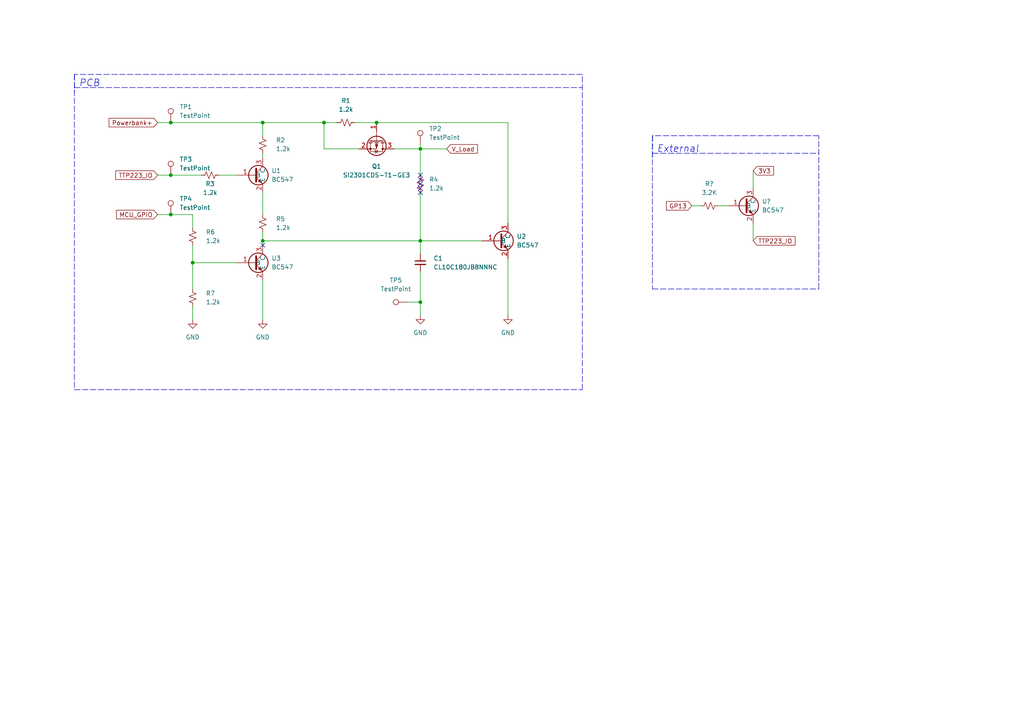
<source format=kicad_sch>
(kicad_sch (version 20211123) (generator eeschema)

  (uuid e63e39d7-6ac0-4ffd-8aa3-1841a4541b55)

  (paper "A4")

  (lib_symbols
    (symbol "Connector:TestPoint" (pin_numbers hide) (pin_names (offset 0.762) hide) (in_bom yes) (on_board yes)
      (property "Reference" "TP" (id 0) (at 0 6.858 0)
        (effects (font (size 1.27 1.27)))
      )
      (property "Value" "TestPoint" (id 1) (at 0 5.08 0)
        (effects (font (size 1.27 1.27)))
      )
      (property "Footprint" "" (id 2) (at 5.08 0 0)
        (effects (font (size 1.27 1.27)) hide)
      )
      (property "Datasheet" "~" (id 3) (at 5.08 0 0)
        (effects (font (size 1.27 1.27)) hide)
      )
      (property "ki_keywords" "test point tp" (id 4) (at 0 0 0)
        (effects (font (size 1.27 1.27)) hide)
      )
      (property "ki_description" "test point" (id 5) (at 0 0 0)
        (effects (font (size 1.27 1.27)) hide)
      )
      (property "ki_fp_filters" "Pin* Test*" (id 6) (at 0 0 0)
        (effects (font (size 1.27 1.27)) hide)
      )
      (symbol "TestPoint_0_1"
        (circle (center 0 3.302) (radius 0.762)
          (stroke (width 0) (type default) (color 0 0 0 0))
          (fill (type none))
        )
      )
      (symbol "TestPoint_1_1"
        (pin passive line (at 0 0 90) (length 2.54)
          (name "1" (effects (font (size 1.27 1.27))))
          (number "1" (effects (font (size 1.27 1.27))))
        )
      )
    )
    (symbol "Device:C_Small" (pin_numbers hide) (pin_names (offset 0.254) hide) (in_bom yes) (on_board yes)
      (property "Reference" "C" (id 0) (at 0.254 1.778 0)
        (effects (font (size 1.27 1.27)) (justify left))
      )
      (property "Value" "C_Small" (id 1) (at 0.254 -2.032 0)
        (effects (font (size 1.27 1.27)) (justify left))
      )
      (property "Footprint" "" (id 2) (at 0 0 0)
        (effects (font (size 1.27 1.27)) hide)
      )
      (property "Datasheet" "~" (id 3) (at 0 0 0)
        (effects (font (size 1.27 1.27)) hide)
      )
      (property "ki_keywords" "capacitor cap" (id 4) (at 0 0 0)
        (effects (font (size 1.27 1.27)) hide)
      )
      (property "ki_description" "Unpolarized capacitor, small symbol" (id 5) (at 0 0 0)
        (effects (font (size 1.27 1.27)) hide)
      )
      (property "ki_fp_filters" "C_*" (id 6) (at 0 0 0)
        (effects (font (size 1.27 1.27)) hide)
      )
      (symbol "C_Small_0_1"
        (polyline
          (pts
            (xy -1.524 -0.508)
            (xy 1.524 -0.508)
          )
          (stroke (width 0.3302) (type default) (color 0 0 0 0))
          (fill (type none))
        )
        (polyline
          (pts
            (xy -1.524 0.508)
            (xy 1.524 0.508)
          )
          (stroke (width 0.3048) (type default) (color 0 0 0 0))
          (fill (type none))
        )
      )
      (symbol "C_Small_1_1"
        (pin passive line (at 0 2.54 270) (length 2.032)
          (name "~" (effects (font (size 1.27 1.27))))
          (number "1" (effects (font (size 1.27 1.27))))
        )
        (pin passive line (at 0 -2.54 90) (length 2.032)
          (name "~" (effects (font (size 1.27 1.27))))
          (number "2" (effects (font (size 1.27 1.27))))
        )
      )
    )
    (symbol "Device:R_Small_US" (pin_numbers hide) (pin_names (offset 0.254) hide) (in_bom yes) (on_board yes)
      (property "Reference" "R" (id 0) (at 0.762 0.508 0)
        (effects (font (size 1.27 1.27)) (justify left))
      )
      (property "Value" "R_Small_US" (id 1) (at 0.762 -1.016 0)
        (effects (font (size 1.27 1.27)) (justify left))
      )
      (property "Footprint" "" (id 2) (at 0 0 0)
        (effects (font (size 1.27 1.27)) hide)
      )
      (property "Datasheet" "~" (id 3) (at 0 0 0)
        (effects (font (size 1.27 1.27)) hide)
      )
      (property "ki_keywords" "r resistor" (id 4) (at 0 0 0)
        (effects (font (size 1.27 1.27)) hide)
      )
      (property "ki_description" "Resistor, small US symbol" (id 5) (at 0 0 0)
        (effects (font (size 1.27 1.27)) hide)
      )
      (property "ki_fp_filters" "R_*" (id 6) (at 0 0 0)
        (effects (font (size 1.27 1.27)) hide)
      )
      (symbol "R_Small_US_1_1"
        (polyline
          (pts
            (xy 0 0)
            (xy 1.016 -0.381)
            (xy 0 -0.762)
            (xy -1.016 -1.143)
            (xy 0 -1.524)
          )
          (stroke (width 0) (type default) (color 0 0 0 0))
          (fill (type none))
        )
        (polyline
          (pts
            (xy 0 1.524)
            (xy 1.016 1.143)
            (xy 0 0.762)
            (xy -1.016 0.381)
            (xy 0 0)
          )
          (stroke (width 0) (type default) (color 0 0 0 0))
          (fill (type none))
        )
        (pin passive line (at 0 2.54 270) (length 1.016)
          (name "~" (effects (font (size 1.27 1.27))))
          (number "1" (effects (font (size 1.27 1.27))))
        )
        (pin passive line (at 0 -2.54 90) (length 1.016)
          (name "~" (effects (font (size 1.27 1.27))))
          (number "2" (effects (font (size 1.27 1.27))))
        )
      )
    )
    (symbol "FE-PCB:BC547" (in_bom yes) (on_board yes)
      (property "Reference" "U" (id 0) (at 0 22.86 0)
        (effects (font (size 1.27 1.27)))
      )
      (property "Value" "BC547" (id 1) (at 0 22.86 0)
        (effects (font (size 1.27 1.27)))
      )
      (property "Footprint" "" (id 2) (at 0 22.86 0)
        (effects (font (size 1.27 1.27)) hide)
      )
      (property "Datasheet" "" (id 3) (at 0 22.86 0)
        (effects (font (size 1.27 1.27)) hide)
      )
      (symbol "BC547_0_1"
        (circle (center -1.27 0) (radius 2.8194)
          (stroke (width 0.254) (type default) (color 0 0 0 0))
          (fill (type none))
        )
        (polyline
          (pts
            (xy -2.54 0)
            (xy -1.905 0)
          )
          (stroke (width 0) (type default) (color 0 0 0 0))
          (fill (type none))
        )
        (polyline
          (pts
            (xy -1.905 0.635)
            (xy 0 2.54)
          )
          (stroke (width 0) (type default) (color 0 0 0 0))
          (fill (type none))
        )
        (polyline
          (pts
            (xy -1.905 -0.635)
            (xy 0 -2.54)
            (xy 0 -2.54)
          )
          (stroke (width 0) (type default) (color 0 0 0 0))
          (fill (type none))
        )
        (polyline
          (pts
            (xy -1.905 1.905)
            (xy -1.905 -1.905)
            (xy -1.905 -1.905)
          )
          (stroke (width 0.508) (type default) (color 0 0 0 0))
          (fill (type none))
        )
        (polyline
          (pts
            (xy -1.27 -1.778)
            (xy -0.762 -1.27)
            (xy -0.254 -2.286)
            (xy -1.27 -1.778)
            (xy -1.27 -1.778)
          )
          (stroke (width 0) (type default) (color 0 0 0 0))
          (fill (type outline))
        )
      )
      (symbol "BC547_1_1"
        (pin input line (at -7.62 0 0) (length 5.08)
          (name "B" (effects (font (size 1.27 1.27))))
          (number "1" (effects (font (size 1.27 1.27))))
        )
        (pin passive line (at 0 -5.08 90) (length 2.54)
          (name "E" (effects (font (size 1.27 1.27))))
          (number "2" (effects (font (size 1.27 1.27))))
        )
        (pin passive line (at 0 5.08 270) (length 2.54)
          (name "C" (effects (font (size 1.27 1.27))))
          (number "3" (effects (font (size 1.27 1.27))))
        )
      )
    )
    (symbol "Transistor_FET:Si2319CDS" (pin_names hide) (in_bom yes) (on_board yes)
      (property "Reference" "Q" (id 0) (at 5.08 1.905 0)
        (effects (font (size 1.27 1.27)) (justify left))
      )
      (property "Value" "Si2319CDS" (id 1) (at 5.08 0 0)
        (effects (font (size 1.27 1.27)) (justify left))
      )
      (property "Footprint" "Package_TO_SOT_SMD:SOT-23" (id 2) (at 5.08 -1.905 0)
        (effects (font (size 1.27 1.27) italic) (justify left) hide)
      )
      (property "Datasheet" "http://www.vishay.com/docs/66709/si2319cd.pdf" (id 3) (at 0 0 0)
        (effects (font (size 1.27 1.27)) (justify left) hide)
      )
      (property "ki_keywords" "P-Channel MOSFET" (id 4) (at 0 0 0)
        (effects (font (size 1.27 1.27)) hide)
      )
      (property "ki_description" "-4.4A Id, -40V Vds, P-Channel MOSFET, SOT-23" (id 5) (at 0 0 0)
        (effects (font (size 1.27 1.27)) hide)
      )
      (property "ki_fp_filters" "SOT?23*" (id 6) (at 0 0 0)
        (effects (font (size 1.27 1.27)) hide)
      )
      (symbol "Si2319CDS_0_1"
        (polyline
          (pts
            (xy 0.254 0)
            (xy -2.54 0)
          )
          (stroke (width 0) (type default) (color 0 0 0 0))
          (fill (type none))
        )
        (polyline
          (pts
            (xy 0.254 1.905)
            (xy 0.254 -1.905)
          )
          (stroke (width 0.254) (type default) (color 0 0 0 0))
          (fill (type none))
        )
        (polyline
          (pts
            (xy 0.762 -1.27)
            (xy 0.762 -2.286)
          )
          (stroke (width 0.254) (type default) (color 0 0 0 0))
          (fill (type none))
        )
        (polyline
          (pts
            (xy 0.762 0.508)
            (xy 0.762 -0.508)
          )
          (stroke (width 0.254) (type default) (color 0 0 0 0))
          (fill (type none))
        )
        (polyline
          (pts
            (xy 0.762 2.286)
            (xy 0.762 1.27)
          )
          (stroke (width 0.254) (type default) (color 0 0 0 0))
          (fill (type none))
        )
        (polyline
          (pts
            (xy 2.54 2.54)
            (xy 2.54 1.778)
          )
          (stroke (width 0) (type default) (color 0 0 0 0))
          (fill (type none))
        )
        (polyline
          (pts
            (xy 2.54 -2.54)
            (xy 2.54 0)
            (xy 0.762 0)
          )
          (stroke (width 0) (type default) (color 0 0 0 0))
          (fill (type none))
        )
        (polyline
          (pts
            (xy 0.762 1.778)
            (xy 3.302 1.778)
            (xy 3.302 -1.778)
            (xy 0.762 -1.778)
          )
          (stroke (width 0) (type default) (color 0 0 0 0))
          (fill (type none))
        )
        (polyline
          (pts
            (xy 2.286 0)
            (xy 1.27 0.381)
            (xy 1.27 -0.381)
            (xy 2.286 0)
          )
          (stroke (width 0) (type default) (color 0 0 0 0))
          (fill (type outline))
        )
        (polyline
          (pts
            (xy 2.794 -0.508)
            (xy 2.921 -0.381)
            (xy 3.683 -0.381)
            (xy 3.81 -0.254)
          )
          (stroke (width 0) (type default) (color 0 0 0 0))
          (fill (type none))
        )
        (polyline
          (pts
            (xy 3.302 -0.381)
            (xy 2.921 0.254)
            (xy 3.683 0.254)
            (xy 3.302 -0.381)
          )
          (stroke (width 0) (type default) (color 0 0 0 0))
          (fill (type none))
        )
        (circle (center 1.651 0) (radius 2.794)
          (stroke (width 0.254) (type default) (color 0 0 0 0))
          (fill (type none))
        )
        (circle (center 2.54 -1.778) (radius 0.254)
          (stroke (width 0) (type default) (color 0 0 0 0))
          (fill (type outline))
        )
        (circle (center 2.54 1.778) (radius 0.254)
          (stroke (width 0) (type default) (color 0 0 0 0))
          (fill (type outline))
        )
      )
      (symbol "Si2319CDS_1_1"
        (pin input line (at -5.08 0 0) (length 2.54)
          (name "G" (effects (font (size 1.27 1.27))))
          (number "1" (effects (font (size 1.27 1.27))))
        )
        (pin passive line (at 2.54 -5.08 90) (length 2.54)
          (name "S" (effects (font (size 1.27 1.27))))
          (number "2" (effects (font (size 1.27 1.27))))
        )
        (pin passive line (at 2.54 5.08 270) (length 2.54)
          (name "D" (effects (font (size 1.27 1.27))))
          (number "3" (effects (font (size 1.27 1.27))))
        )
      )
    )
    (symbol "power:GND" (power) (pin_names (offset 0)) (in_bom yes) (on_board yes)
      (property "Reference" "#PWR" (id 0) (at 0 -6.35 0)
        (effects (font (size 1.27 1.27)) hide)
      )
      (property "Value" "GND" (id 1) (at 0 -3.81 0)
        (effects (font (size 1.27 1.27)))
      )
      (property "Footprint" "" (id 2) (at 0 0 0)
        (effects (font (size 1.27 1.27)) hide)
      )
      (property "Datasheet" "" (id 3) (at 0 0 0)
        (effects (font (size 1.27 1.27)) hide)
      )
      (property "ki_keywords" "power-flag" (id 4) (at 0 0 0)
        (effects (font (size 1.27 1.27)) hide)
      )
      (property "ki_description" "Power symbol creates a global label with name \"GND\" , ground" (id 5) (at 0 0 0)
        (effects (font (size 1.27 1.27)) hide)
      )
      (symbol "GND_0_1"
        (polyline
          (pts
            (xy 0 0)
            (xy 0 -1.27)
            (xy 1.27 -1.27)
            (xy 0 -2.54)
            (xy -1.27 -1.27)
            (xy 0 -1.27)
          )
          (stroke (width 0) (type default) (color 0 0 0 0))
          (fill (type none))
        )
      )
      (symbol "GND_1_1"
        (pin power_in line (at 0 0 270) (length 0) hide
          (name "GND" (effects (font (size 1.27 1.27))))
          (number "1" (effects (font (size 1.27 1.27))))
        )
      )
    )
  )

  (junction (at 121.92 69.85) (diameter 0) (color 0 0 0 0)
    (uuid 0570fde1-8b81-4c38-84b5-c6d17d9f08a1)
  )
  (junction (at 55.88 76.2) (diameter 0) (color 0 0 0 0)
    (uuid 06f21f32-cb66-46ad-89c9-18f4d368cb41)
  )
  (junction (at 121.92 43.18) (diameter 0) (color 0 0 0 0)
    (uuid 1c1bc413-ac22-4139-8fcb-1048c5824cdd)
  )
  (junction (at 76.2 35.56) (diameter 0) (color 0 0 0 0)
    (uuid 29a3f84f-1e46-4974-a50b-31a060509ca3)
  )
  (junction (at 49.53 50.8) (diameter 0) (color 0 0 0 0)
    (uuid 363a3797-c9f0-4011-9c28-5b6fcde50111)
  )
  (junction (at 109.22 35.56) (diameter 0) (color 0 0 0 0)
    (uuid 4cd2179c-bd9e-448b-93ef-3770861a339f)
  )
  (junction (at 121.92 87.63) (diameter 0) (color 0 0 0 0)
    (uuid 52e03ff9-972c-4e5b-be0d-60386fd84eec)
  )
  (junction (at 49.53 35.56) (diameter 0) (color 0 0 0 0)
    (uuid 57038053-edc6-4c25-96eb-1eb96c9030ec)
  )
  (junction (at 76.2 69.85) (diameter 0) (color 0 0 0 0)
    (uuid 5ce9ae4a-b774-46ab-a6ce-2c735908ff3c)
  )
  (junction (at 93.98 35.56) (diameter 0) (color 0 0 0 0)
    (uuid bd3ef9f5-1dfc-488e-a6fb-a1498e47210c)
  )
  (junction (at 49.53 62.23) (diameter 0) (color 0 0 0 0)
    (uuid c865ab03-4cde-4bcd-897e-be5f916d52be)
  )

  (no_connect (at 121.92 50.8) (uuid 3381b763-2886-4e76-a243-cbcc2ec8a032))
  (no_connect (at 121.92 55.88) (uuid 3381b763-2886-4e76-a243-cbcc2ec8a033))
  (no_connect (at 76.2 71.12) (uuid 6a7dcbd5-7902-48c1-8974-88a38cf4d407))
  (no_connect (at 121.92 53.34) (uuid 733db190-a402-4a05-a223-564bcebafcc9))
  (no_connect (at 121.92 54.61) (uuid 733db190-a402-4a05-a223-564bcebafcca))
  (no_connect (at 121.92 52.07) (uuid 733db190-a402-4a05-a223-564bcebafccb))

  (wire (pts (xy 200.66 59.69) (xy 203.2 59.69))
    (stroke (width 0) (type default) (color 0 0 0 0))
    (uuid 00e7ec8c-e7bb-4716-b317-547f58ec5b1f)
  )
  (wire (pts (xy 121.92 78.74) (xy 121.92 87.63))
    (stroke (width 0) (type default) (color 0 0 0 0))
    (uuid 04be63db-5c61-4eea-bc08-e5df0ef6512e)
  )
  (wire (pts (xy 55.88 76.2) (xy 68.58 76.2))
    (stroke (width 0) (type default) (color 0 0 0 0))
    (uuid 04e12cf1-f5a1-417a-8670-a36b05b43e35)
  )
  (wire (pts (xy 76.2 35.56) (xy 93.98 35.56))
    (stroke (width 0) (type default) (color 0 0 0 0))
    (uuid 05844d1d-69eb-453d-a373-1e683f50c8c4)
  )
  (wire (pts (xy 76.2 69.85) (xy 121.92 69.85))
    (stroke (width 0) (type default) (color 0 0 0 0))
    (uuid 0a40c4b6-a58b-45e1-bbc5-fdfebceb2371)
  )
  (wire (pts (xy 55.88 76.2) (xy 55.88 83.82))
    (stroke (width 0) (type default) (color 0 0 0 0))
    (uuid 0fc219b7-c1d3-4036-98cb-fdd152953a14)
  )
  (wire (pts (xy 147.32 74.93) (xy 147.32 91.44))
    (stroke (width 0) (type default) (color 0 0 0 0))
    (uuid 10386a9a-3c8d-4117-9729-d8c9f62c332d)
  )
  (polyline (pts (xy 237.49 39.37) (xy 189.23 39.37))
    (stroke (width 0) (type default) (color 0 0 0 0))
    (uuid 1241aeea-b8cb-4d75-8b8e-8121594d9f3b)
  )

  (wire (pts (xy 121.92 69.85) (xy 121.92 73.66))
    (stroke (width 0) (type default) (color 0 0 0 0))
    (uuid 12434674-a34a-4ca7-8329-7fb9eaf00c2c)
  )
  (polyline (pts (xy 189.23 39.37) (xy 189.23 45.72))
    (stroke (width 0) (type default) (color 0 0 0 0))
    (uuid 12fcbb15-5160-4de2-a95a-8f73461d0cbe)
  )

  (wire (pts (xy 45.72 35.56) (xy 49.53 35.56))
    (stroke (width 0) (type default) (color 0 0 0 0))
    (uuid 26987140-d98b-479b-835e-3e52a5c5724b)
  )
  (polyline (pts (xy 237.49 83.82) (xy 237.49 39.37))
    (stroke (width 0) (type default) (color 0 0 0 0))
    (uuid 282941ad-93cc-475d-92ea-dc04cc6b8198)
  )
  (polyline (pts (xy 21.59 113.03) (xy 168.91 113.03))
    (stroke (width 0) (type default) (color 0 0 0 0))
    (uuid 2a5b3e3c-2022-46db-8938-2c3b2e9edb6d)
  )

  (wire (pts (xy 76.2 81.28) (xy 76.2 92.71))
    (stroke (width 0) (type default) (color 0 0 0 0))
    (uuid 396021e8-1ea0-4a2a-a71b-322396fec60f)
  )
  (wire (pts (xy 147.32 35.56) (xy 147.32 64.77))
    (stroke (width 0) (type default) (color 0 0 0 0))
    (uuid 3d94dd3d-157e-4ce8-b9e8-3525953e6555)
  )
  (wire (pts (xy 121.92 87.63) (xy 121.92 91.44))
    (stroke (width 0) (type default) (color 0 0 0 0))
    (uuid 45b32cbe-f349-4537-ac1d-3bcbe169abd8)
  )
  (polyline (pts (xy 21.59 21.59) (xy 21.59 113.03))
    (stroke (width 0) (type default) (color 0 0 0 0))
    (uuid 4bc982a1-16d4-4cc0-b64c-2db3f69db5c7)
  )

  (wire (pts (xy 76.2 69.85) (xy 76.2 71.12))
    (stroke (width 0) (type default) (color 0 0 0 0))
    (uuid 50d24570-2d13-4e9a-954d-7716987d3c43)
  )
  (polyline (pts (xy 189.23 39.37) (xy 189.23 83.82))
    (stroke (width 0) (type default) (color 0 0 0 0))
    (uuid 53558c54-62c1-4ece-8d6e-cebcfdd4931d)
  )

  (wire (pts (xy 55.88 88.9) (xy 55.88 92.71))
    (stroke (width 0) (type default) (color 0 0 0 0))
    (uuid 6710b168-3ebb-4a7c-8c1b-23450906f43d)
  )
  (polyline (pts (xy 21.59 25.4) (xy 168.91 25.4))
    (stroke (width 0) (type default) (color 0 0 0 0))
    (uuid 6df965b4-6160-445c-a02b-aba70ce78814)
  )

  (wire (pts (xy 76.2 39.37) (xy 76.2 35.56))
    (stroke (width 0) (type default) (color 0 0 0 0))
    (uuid 729e7253-2f7f-4717-85cd-f8671611b2d6)
  )
  (wire (pts (xy 49.53 62.23) (xy 55.88 62.23))
    (stroke (width 0) (type default) (color 0 0 0 0))
    (uuid 77da2cca-802e-41d0-b76d-7e6565304ae6)
  )
  (wire (pts (xy 63.5 50.8) (xy 68.58 50.8))
    (stroke (width 0) (type default) (color 0 0 0 0))
    (uuid 7a6b3cf2-ab0c-4ffa-bbc9-cdc39d289345)
  )
  (wire (pts (xy 121.92 43.18) (xy 121.92 50.8))
    (stroke (width 0) (type default) (color 0 0 0 0))
    (uuid 8077d8fe-7db5-4794-8e1a-821fc9001072)
  )
  (wire (pts (xy 102.87 35.56) (xy 109.22 35.56))
    (stroke (width 0) (type default) (color 0 0 0 0))
    (uuid 83390b58-b50f-49d6-a012-0ec279fda186)
  )
  (wire (pts (xy 76.2 55.88) (xy 76.2 62.23))
    (stroke (width 0) (type default) (color 0 0 0 0))
    (uuid 85dee4c5-9296-46d9-9f74-90623c518ff5)
  )
  (wire (pts (xy 114.3 43.18) (xy 121.92 43.18))
    (stroke (width 0) (type default) (color 0 0 0 0))
    (uuid 881ef54e-a1b8-4a05-8f41-ebe6286dc969)
  )
  (wire (pts (xy 45.72 50.8) (xy 49.53 50.8))
    (stroke (width 0) (type default) (color 0 0 0 0))
    (uuid 89a81ae2-fea8-4ec1-93be-b64b58a5a08e)
  )
  (polyline (pts (xy 168.91 113.03) (xy 168.91 21.59))
    (stroke (width 0) (type default) (color 0 0 0 0))
    (uuid 8a0c2a42-93a7-4ff8-b771-d3d0cf8d21e1)
  )

  (wire (pts (xy 55.88 62.23) (xy 55.88 66.04))
    (stroke (width 0) (type default) (color 0 0 0 0))
    (uuid 8c3f8753-a95e-4ef0-b069-43f283cfcf65)
  )
  (wire (pts (xy 208.28 59.69) (xy 210.82 59.69))
    (stroke (width 0) (type default) (color 0 0 0 0))
    (uuid 90a3d2cd-5a4e-43d1-9ff6-1d9d1a26289c)
  )
  (polyline (pts (xy 189.23 44.45) (xy 237.49 44.45))
    (stroke (width 0) (type default) (color 0 0 0 0))
    (uuid 928b7a89-50c6-410c-8227-8e8351cb3a84)
  )

  (wire (pts (xy 55.88 71.12) (xy 55.88 76.2))
    (stroke (width 0) (type default) (color 0 0 0 0))
    (uuid 944c6cc6-ae43-4d69-a245-a5352cd9d167)
  )
  (wire (pts (xy 218.44 64.77) (xy 218.44 69.85))
    (stroke (width 0) (type default) (color 0 0 0 0))
    (uuid 95702545-bda6-41c0-886a-37a7a6ff3258)
  )
  (polyline (pts (xy 189.23 83.82) (xy 237.49 83.82))
    (stroke (width 0) (type default) (color 0 0 0 0))
    (uuid 95bc19f0-7345-4837-aa38-7f92ebbdeaa7)
  )
  (polyline (pts (xy 21.59 21.59) (xy 21.59 26.67))
    (stroke (width 0) (type default) (color 0 0 0 0))
    (uuid 9ff55c46-e235-4661-9be7-a11ef2d43a54)
  )

  (wire (pts (xy 109.22 35.56) (xy 147.32 35.56))
    (stroke (width 0) (type default) (color 0 0 0 0))
    (uuid a1323544-c556-4821-b384-bda9e48f2175)
  )
  (wire (pts (xy 121.92 69.85) (xy 139.7 69.85))
    (stroke (width 0) (type default) (color 0 0 0 0))
    (uuid bf30a45a-7f77-41e5-900f-919a94045f56)
  )
  (wire (pts (xy 118.11 87.63) (xy 121.92 87.63))
    (stroke (width 0) (type default) (color 0 0 0 0))
    (uuid c2a5e629-85b7-4b94-affe-a36e30cf0701)
  )
  (wire (pts (xy 76.2 44.45) (xy 76.2 45.72))
    (stroke (width 0) (type default) (color 0 0 0 0))
    (uuid c39d3218-8e96-4f40-8d20-fb920fe0104a)
  )
  (wire (pts (xy 49.53 35.56) (xy 76.2 35.56))
    (stroke (width 0) (type default) (color 0 0 0 0))
    (uuid c4a49376-0337-41b4-b572-6ebddf88df51)
  )
  (wire (pts (xy 121.92 55.88) (xy 121.92 69.85))
    (stroke (width 0) (type default) (color 0 0 0 0))
    (uuid c82a4ed8-04ed-4c8b-a745-d4c348db033b)
  )
  (wire (pts (xy 45.72 62.23) (xy 49.53 62.23))
    (stroke (width 0) (type default) (color 0 0 0 0))
    (uuid cc1f75fa-4ecc-42ba-9eca-342b8e1a1619)
  )
  (wire (pts (xy 49.53 50.8) (xy 58.42 50.8))
    (stroke (width 0) (type default) (color 0 0 0 0))
    (uuid d36bfbd4-d469-4b19-9149-1d1e294c636b)
  )
  (wire (pts (xy 218.44 49.53) (xy 218.44 54.61))
    (stroke (width 0) (type default) (color 0 0 0 0))
    (uuid dd8a485c-53df-4005-9390-5321b28bd5fb)
  )
  (polyline (pts (xy 168.91 21.59) (xy 21.59 21.59))
    (stroke (width 0) (type default) (color 0 0 0 0))
    (uuid e2426e5e-0fa6-4e94-b29f-50fc4c683674)
  )

  (wire (pts (xy 104.14 43.18) (xy 93.98 43.18))
    (stroke (width 0) (type default) (color 0 0 0 0))
    (uuid eaec8e14-6f8b-48e8-b169-22f5f0259396)
  )
  (wire (pts (xy 121.92 43.18) (xy 129.54 43.18))
    (stroke (width 0) (type default) (color 0 0 0 0))
    (uuid eb67a6aa-1cb3-4e44-b0cc-c9d71aa7ddd6)
  )
  (wire (pts (xy 93.98 35.56) (xy 97.79 35.56))
    (stroke (width 0) (type default) (color 0 0 0 0))
    (uuid ec168b33-c536-473c-a5b6-91dd29ee1912)
  )
  (wire (pts (xy 76.2 67.31) (xy 76.2 69.85))
    (stroke (width 0) (type default) (color 0 0 0 0))
    (uuid ec96fac8-a3ef-4fef-9898-274044919f5d)
  )
  (wire (pts (xy 121.92 41.91) (xy 121.92 43.18))
    (stroke (width 0) (type default) (color 0 0 0 0))
    (uuid ef24833e-ab66-4e96-9255-615308c8cc76)
  )
  (wire (pts (xy 93.98 43.18) (xy 93.98 35.56))
    (stroke (width 0) (type default) (color 0 0 0 0))
    (uuid f0e5d679-58c0-4e33-b4a9-5e95e050e5b6)
  )

  (text "External" (at 190.5 44.45 0)
    (effects (font (size 2 2) italic) (justify left bottom))
    (uuid 5e6c5236-5da5-4208-91c5-fc14b0b86117)
  )
  (text "PCB" (at 22.86 25.4 0)
    (effects (font (size 2 2) italic) (justify left bottom))
    (uuid 8a079e78-e6b1-4d38-9dd6-6f6f4e5daf81)
  )

  (global_label "V_Load" (shape input) (at 129.54 43.18 0) (fields_autoplaced)
    (effects (font (size 1.27 1.27)) (justify left))
    (uuid 03afbf2f-1a8e-4557-999d-8de333a72946)
    (property "Intersheet References" "${INTERSHEET_REFS}" (id 0) (at 138.4845 43.1006 0)
      (effects (font (size 1.27 1.27)) (justify left) hide)
    )
  )
  (global_label "3V3" (shape input) (at 218.44 49.53 0) (fields_autoplaced)
    (effects (font (size 1.27 1.27)) (justify left))
    (uuid 150704fa-293a-4697-a5cf-8b313726b01c)
    (property "Intersheet References" "${INTERSHEET_REFS}" (id 0) (at 224.3607 49.4506 0)
      (effects (font (size 1.27 1.27)) (justify left) hide)
    )
  )
  (global_label "GP13" (shape input) (at 200.66 59.69 180) (fields_autoplaced)
    (effects (font (size 1.27 1.27)) (justify right))
    (uuid 53c3dfa0-4629-47d5-b909-4a3f4eb869c5)
    (property "Intersheet References" "${INTERSHEET_REFS}" (id 0) (at 193.2879 59.6106 0)
      (effects (font (size 1.27 1.27)) (justify right) hide)
    )
  )
  (global_label "MCU_GPIO" (shape input) (at 45.72 62.23 180) (fields_autoplaced)
    (effects (font (size 1.27 1.27)) (justify right))
    (uuid 6edb1db5-c896-4242-b6fa-9e97fabdce29)
    (property "Intersheet References" "${INTERSHEET_REFS}" (id 0) (at 33.8121 62.1506 0)
      (effects (font (size 1.27 1.27)) (justify right) hide)
    )
  )
  (global_label "Powerbank+" (shape input) (at 45.72 35.56 180) (fields_autoplaced)
    (effects (font (size 1.27 1.27)) (justify right))
    (uuid 89f59607-7c79-4bc0-abc8-2a261aebabf9)
    (property "Intersheet References" "${INTERSHEET_REFS}" (id 0) (at 31.635 35.4806 0)
      (effects (font (size 1.27 1.27)) (justify right) hide)
    )
  )
  (global_label "TTP223_IO" (shape input) (at 218.44 69.85 0) (fields_autoplaced)
    (effects (font (size 1.27 1.27)) (justify left))
    (uuid b98d66be-2d7e-4888-b926-f941ee2d76f3)
    (property "Intersheet References" "${INTERSHEET_REFS}" (id 0) (at 230.5898 69.9294 0)
      (effects (font (size 1.27 1.27)) (justify left) hide)
    )
  )
  (global_label "TTP223_IO" (shape input) (at 45.72 50.8 180) (fields_autoplaced)
    (effects (font (size 1.27 1.27)) (justify right))
    (uuid ea15f603-1ecc-493f-9b0f-dfbcd86cd37f)
    (property "Intersheet References" "${INTERSHEET_REFS}" (id 0) (at 33.5702 50.7206 0)
      (effects (font (size 1.27 1.27)) (justify right) hide)
    )
  )

  (symbol (lib_id "Connector:TestPoint") (at 49.53 35.56 0) (unit 1)
    (in_bom yes) (on_board yes) (fields_autoplaced)
    (uuid 003974b6-cb8f-491b-a226-fc7891eb9a62)
    (property "Reference" "TP1" (id 0) (at 52.07 30.9879 0)
      (effects (font (size 1.27 1.27)) (justify left))
    )
    (property "Value" "TestPoint" (id 1) (at 52.07 33.5279 0)
      (effects (font (size 1.27 1.27)) (justify left))
    )
    (property "Footprint" "KiCad RP Pico:cast_pad" (id 2) (at 54.61 35.56 0)
      (effects (font (size 1.27 1.27)) hide)
    )
    (property "Datasheet" "~" (id 3) (at 54.61 35.56 0)
      (effects (font (size 1.27 1.27)) hide)
    )
    (pin "1" (uuid 83a363ef-2850-4113-853b-2966af02d72d))
  )

  (symbol (lib_id "Device:R_Small_US") (at 60.96 50.8 90) (unit 1)
    (in_bom yes) (on_board yes)
    (uuid 1105cc79-e6fd-407c-b2de-43a4e0e2b143)
    (property "Reference" "R3" (id 0) (at 60.96 53.34 90))
    (property "Value" "1.2k" (id 1) (at 60.96 55.88 90))
    (property "Footprint" "Resistor_SMD:R_0603_1608Metric" (id 2) (at 60.96 50.8 0)
      (effects (font (size 1.27 1.27)) hide)
    )
    (property "Datasheet" "~" (id 3) (at 60.96 50.8 0)
      (effects (font (size 1.27 1.27)) hide)
    )
    (property "LCSC" "C22765" (id 4) (at 60.96 50.8 90)
      (effects (font (size 1.27 1.27)) hide)
    )
    (pin "1" (uuid 647fcbd7-5c48-4312-bb6c-09ae5e6109cb))
    (pin "2" (uuid 8ac0b4f7-9772-472c-9f48-da0361c42b05))
  )

  (symbol (lib_id "Device:R_Small_US") (at 205.74 59.69 270) (unit 1)
    (in_bom yes) (on_board yes) (fields_autoplaced)
    (uuid 1b2c368c-d161-41ec-b3b7-794f72204174)
    (property "Reference" "R?" (id 0) (at 205.74 53.34 90))
    (property "Value" "3.2K" (id 1) (at 205.74 55.88 90))
    (property "Footprint" "Resistor_SMD:R_0603_1608Metric" (id 2) (at 205.74 59.69 0)
      (effects (font (size 1.27 1.27)) hide)
    )
    (property "Datasheet" "~" (id 3) (at 205.74 59.69 0)
      (effects (font (size 1.27 1.27)) hide)
    )
    (property "LCSC" "C22765" (id 4) (at 205.74 59.69 0)
      (effects (font (size 1.27 1.27)) hide)
    )
    (pin "1" (uuid 878e33e5-1328-4137-830a-c35dbb58b0ac))
    (pin "2" (uuid 5dd03a54-e534-4eac-a0b7-609d5ab54965))
  )

  (symbol (lib_id "Device:R_Small_US") (at 121.92 53.34 180) (unit 1)
    (in_bom yes) (on_board yes) (fields_autoplaced)
    (uuid 1c032212-66a4-4bcf-b5ee-4f07cd39f584)
    (property "Reference" "R4" (id 0) (at 124.46 52.0699 0)
      (effects (font (size 1.27 1.27)) (justify right))
    )
    (property "Value" "1.2k" (id 1) (at 124.46 54.6099 0)
      (effects (font (size 1.27 1.27)) (justify right))
    )
    (property "Footprint" "Resistor_SMD:R_0603_1608Metric" (id 2) (at 121.92 53.34 0)
      (effects (font (size 1.27 1.27)) hide)
    )
    (property "Datasheet" "~" (id 3) (at 121.92 53.34 0)
      (effects (font (size 1.27 1.27)) hide)
    )
    (property "LCSC" "C22765" (id 4) (at 121.92 53.34 0)
      (effects (font (size 1.27 1.27)) hide)
    )
    (pin "1" (uuid df3dd003-1de6-457d-b430-8219acd630bc))
    (pin "2" (uuid 704b9615-3bd2-4872-9bff-5692ae70c03d))
  )

  (symbol (lib_id "Device:R_Small_US") (at 55.88 68.58 0) (unit 1)
    (in_bom yes) (on_board yes) (fields_autoplaced)
    (uuid 2e89449d-90e5-4106-8496-4e2222d55e80)
    (property "Reference" "R6" (id 0) (at 59.69 67.3099 0)
      (effects (font (size 1.27 1.27)) (justify left))
    )
    (property "Value" "1.2k" (id 1) (at 59.69 69.8499 0)
      (effects (font (size 1.27 1.27)) (justify left))
    )
    (property "Footprint" "Resistor_SMD:R_0603_1608Metric" (id 2) (at 55.88 68.58 0)
      (effects (font (size 1.27 1.27)) hide)
    )
    (property "Datasheet" "~" (id 3) (at 55.88 68.58 0)
      (effects (font (size 1.27 1.27)) hide)
    )
    (property "LCSC" "C22765" (id 4) (at 55.88 68.58 0)
      (effects (font (size 1.27 1.27)) hide)
    )
    (pin "1" (uuid 631b7c77-79be-43ea-a578-f63d572c3aa2))
    (pin "2" (uuid 3cc9c64c-d1e6-4c15-b883-15778185624d))
  )

  (symbol (lib_id "Device:C_Small") (at 121.92 76.2 0) (unit 1)
    (in_bom yes) (on_board yes) (fields_autoplaced)
    (uuid 5220795d-b273-452a-a466-835a3b5461ba)
    (property "Reference" "C1" (id 0) (at 125.73 74.9362 0)
      (effects (font (size 1.27 1.27)) (justify left))
    )
    (property "Value" "CL10C180JB8NNNC" (id 1) (at 125.73 77.4762 0)
      (effects (font (size 1.27 1.27)) (justify left))
    )
    (property "Footprint" "Capacitor_SMD:C_0603_1608Metric" (id 2) (at 121.92 76.2 0)
      (effects (font (size 1.27 1.27)) hide)
    )
    (property "Datasheet" "~" (id 3) (at 121.92 76.2 0)
      (effects (font (size 1.27 1.27)) hide)
    )
    (property "LCSC" "C1647" (id 4) (at 121.92 76.2 0)
      (effects (font (size 1.27 1.27)) hide)
    )
    (pin "1" (uuid c9c7a696-c05c-4455-89f7-eecbcb2d0db4))
    (pin "2" (uuid 0d6684b1-7d61-46b9-aec1-7434ffa88b78))
  )

  (symbol (lib_id "Connector:TestPoint") (at 49.53 62.23 0) (unit 1)
    (in_bom yes) (on_board yes) (fields_autoplaced)
    (uuid 5daed262-00c0-4338-98b4-10b6af0b6222)
    (property "Reference" "TP4" (id 0) (at 52.07 57.6579 0)
      (effects (font (size 1.27 1.27)) (justify left))
    )
    (property "Value" "TestPoint" (id 1) (at 52.07 60.1979 0)
      (effects (font (size 1.27 1.27)) (justify left))
    )
    (property "Footprint" "KiCad RP Pico:cast_pad" (id 2) (at 54.61 62.23 0)
      (effects (font (size 1.27 1.27)) hide)
    )
    (property "Datasheet" "~" (id 3) (at 54.61 62.23 0)
      (effects (font (size 1.27 1.27)) hide)
    )
    (pin "1" (uuid 337e6863-7a2b-4278-8934-63b6b267b326))
  )

  (symbol (lib_id "power:GND") (at 76.2 92.71 0) (unit 1)
    (in_bom yes) (on_board yes) (fields_autoplaced)
    (uuid 7d52e68a-8d7c-4fa1-a671-8c7aced223c4)
    (property "Reference" "#PWR04" (id 0) (at 76.2 99.06 0)
      (effects (font (size 1.27 1.27)) hide)
    )
    (property "Value" "GND" (id 1) (at 76.2 97.79 0))
    (property "Footprint" "" (id 2) (at 76.2 92.71 0)
      (effects (font (size 1.27 1.27)) hide)
    )
    (property "Datasheet" "" (id 3) (at 76.2 92.71 0)
      (effects (font (size 1.27 1.27)) hide)
    )
    (pin "1" (uuid c030730f-ff47-4821-8f55-d326c281ac24))
  )

  (symbol (lib_id "power:GND") (at 147.32 91.44 0) (unit 1)
    (in_bom yes) (on_board yes) (fields_autoplaced)
    (uuid 8cc915d5-e52e-4ad1-9da4-b166eb4ad4c8)
    (property "Reference" "#PWR02" (id 0) (at 147.32 97.79 0)
      (effects (font (size 1.27 1.27)) hide)
    )
    (property "Value" "GND" (id 1) (at 147.32 96.52 0))
    (property "Footprint" "" (id 2) (at 147.32 91.44 0)
      (effects (font (size 1.27 1.27)) hide)
    )
    (property "Datasheet" "" (id 3) (at 147.32 91.44 0)
      (effects (font (size 1.27 1.27)) hide)
    )
    (pin "1" (uuid 578f453a-5043-4226-8a70-122cc02ecf90))
  )

  (symbol (lib_id "Connector:TestPoint") (at 49.53 50.8 0) (unit 1)
    (in_bom yes) (on_board yes) (fields_autoplaced)
    (uuid 8fd1450e-ea75-4d52-965c-6c240f70223d)
    (property "Reference" "TP3" (id 0) (at 52.07 46.2279 0)
      (effects (font (size 1.27 1.27)) (justify left))
    )
    (property "Value" "TestPoint" (id 1) (at 52.07 48.7679 0)
      (effects (font (size 1.27 1.27)) (justify left))
    )
    (property "Footprint" "KiCad RP Pico:cast_pad" (id 2) (at 54.61 50.8 0)
      (effects (font (size 1.27 1.27)) hide)
    )
    (property "Datasheet" "~" (id 3) (at 54.61 50.8 0)
      (effects (font (size 1.27 1.27)) hide)
    )
    (pin "1" (uuid 5afe1881-ef0d-47e0-8150-9eacf02489e8))
  )

  (symbol (lib_id "FE-PCB:BC547") (at 218.44 59.69 0) (unit 1)
    (in_bom yes) (on_board yes) (fields_autoplaced)
    (uuid 97208e50-b896-4df8-8da4-ea2fc6b46da5)
    (property "Reference" "U?" (id 0) (at 220.98 58.4199 0)
      (effects (font (size 1.27 1.27)) (justify left))
    )
    (property "Value" "BC547" (id 1) (at 220.98 60.9599 0)
      (effects (font (size 1.27 1.27)) (justify left))
    )
    (property "Footprint" "" (id 2) (at 218.44 36.83 0)
      (effects (font (size 1.27 1.27)) hide)
    )
    (property "Datasheet" "" (id 3) (at 218.44 36.83 0)
      (effects (font (size 1.27 1.27)) hide)
    )
    (pin "1" (uuid bcd9d733-3cca-4780-8540-cda4d5f83456))
    (pin "2" (uuid 65d50500-96c3-4685-9691-5f83fde7ff57))
    (pin "3" (uuid 7850e091-0fbf-4f7c-a328-cd019df441e0))
  )

  (symbol (lib_id "Device:R_Small_US") (at 55.88 86.36 0) (unit 1)
    (in_bom yes) (on_board yes) (fields_autoplaced)
    (uuid aefb7482-53bf-4c23-9bcf-3b0bf773e5bc)
    (property "Reference" "R7" (id 0) (at 59.69 85.0899 0)
      (effects (font (size 1.27 1.27)) (justify left))
    )
    (property "Value" "1.2k" (id 1) (at 59.69 87.6299 0)
      (effects (font (size 1.27 1.27)) (justify left))
    )
    (property "Footprint" "Resistor_SMD:R_0603_1608Metric" (id 2) (at 55.88 86.36 0)
      (effects (font (size 1.27 1.27)) hide)
    )
    (property "Datasheet" "~" (id 3) (at 55.88 86.36 0)
      (effects (font (size 1.27 1.27)) hide)
    )
    (property "LCSC" "C22765" (id 4) (at 55.88 86.36 0)
      (effects (font (size 1.27 1.27)) hide)
    )
    (pin "1" (uuid c64c7af0-dcec-4682-a968-bde0d67475c9))
    (pin "2" (uuid 1d987673-a21a-454f-8637-2a95a159b23b))
  )

  (symbol (lib_id "Transistor_FET:Si2319CDS") (at 109.22 40.64 270) (unit 1)
    (in_bom yes) (on_board yes) (fields_autoplaced)
    (uuid b1f7dd3f-1771-427d-81bd-c6f48bf10b6d)
    (property "Reference" "Q1" (id 0) (at 109.22 48.26 90))
    (property "Value" "SI2301CDS-T1-GE3" (id 1) (at 109.22 50.8 90))
    (property "Footprint" "Package_TO_SOT_SMD:SOT-23" (id 2) (at 107.315 45.72 0)
      (effects (font (size 1.27 1.27) italic) (justify left) hide)
    )
    (property "Datasheet" "http://www.vishay.com/docs/66709/si2319cd.pdf" (id 3) (at 109.22 40.64 0)
      (effects (font (size 1.27 1.27)) (justify left) hide)
    )
    (property "LCSC" "C10487" (id 4) (at 109.22 40.64 90)
      (effects (font (size 1.27 1.27)) hide)
    )
    (pin "1" (uuid 9d2c7afe-639c-4d6e-8c3a-f18b551c11c4))
    (pin "2" (uuid 39f8da0b-9b8e-4f9e-871d-7225e4b56a49))
    (pin "3" (uuid 1164b55f-625c-4891-a3f1-2acc5e2e6dcc))
  )

  (symbol (lib_id "Device:R_Small_US") (at 76.2 41.91 0) (unit 1)
    (in_bom yes) (on_board yes) (fields_autoplaced)
    (uuid b37dcd16-0bd1-44f6-8b07-6a87f4494b07)
    (property "Reference" "R2" (id 0) (at 80.01 40.6399 0)
      (effects (font (size 1.27 1.27)) (justify left))
    )
    (property "Value" "1.2k" (id 1) (at 80.01 43.1799 0)
      (effects (font (size 1.27 1.27)) (justify left))
    )
    (property "Footprint" "Resistor_SMD:R_0603_1608Metric" (id 2) (at 76.2 41.91 0)
      (effects (font (size 1.27 1.27)) hide)
    )
    (property "Datasheet" "~" (id 3) (at 76.2 41.91 0)
      (effects (font (size 1.27 1.27)) hide)
    )
    (property "LCSC" "C22765" (id 4) (at 76.2 41.91 0)
      (effects (font (size 1.27 1.27)) hide)
    )
    (pin "1" (uuid e6697e74-7108-444e-929f-c060ea574c18))
    (pin "2" (uuid 291c378f-c943-4843-a925-f8075cfec286))
  )

  (symbol (lib_id "Connector:TestPoint") (at 121.92 41.91 0) (unit 1)
    (in_bom yes) (on_board yes) (fields_autoplaced)
    (uuid b6a5ef8f-a578-4826-b859-884777c414a4)
    (property "Reference" "TP2" (id 0) (at 124.46 37.3379 0)
      (effects (font (size 1.27 1.27)) (justify left))
    )
    (property "Value" "TestPoint" (id 1) (at 124.46 39.8779 0)
      (effects (font (size 1.27 1.27)) (justify left))
    )
    (property "Footprint" "KiCad RP Pico:cast_pad" (id 2) (at 127 41.91 0)
      (effects (font (size 1.27 1.27)) hide)
    )
    (property "Datasheet" "~" (id 3) (at 127 41.91 0)
      (effects (font (size 1.27 1.27)) hide)
    )
    (pin "1" (uuid 83437e9a-4430-4ba1-840e-4520d0acf7c8))
  )

  (symbol (lib_id "Connector:TestPoint") (at 118.11 87.63 90) (unit 1)
    (in_bom yes) (on_board yes) (fields_autoplaced)
    (uuid bac3e9b8-ca7d-4ca5-b24e-018fea19326f)
    (property "Reference" "TP5" (id 0) (at 114.808 81.28 90))
    (property "Value" "TestPoint" (id 1) (at 114.808 83.82 90))
    (property "Footprint" "KiCad RP Pico:cast_pad" (id 2) (at 118.11 82.55 0)
      (effects (font (size 1.27 1.27)) hide)
    )
    (property "Datasheet" "~" (id 3) (at 118.11 82.55 0)
      (effects (font (size 1.27 1.27)) hide)
    )
    (pin "1" (uuid 050cee12-8c84-472b-b682-faa739970a09))
  )

  (symbol (lib_id "Device:R_Small_US") (at 76.2 64.77 0) (unit 1)
    (in_bom yes) (on_board yes) (fields_autoplaced)
    (uuid cc2fc2ee-3197-4b60-85f3-93c407390083)
    (property "Reference" "R5" (id 0) (at 80.01 63.4999 0)
      (effects (font (size 1.27 1.27)) (justify left))
    )
    (property "Value" "1.2k" (id 1) (at 80.01 66.0399 0)
      (effects (font (size 1.27 1.27)) (justify left))
    )
    (property "Footprint" "Resistor_SMD:R_0603_1608Metric" (id 2) (at 76.2 64.77 0)
      (effects (font (size 1.27 1.27)) hide)
    )
    (property "Datasheet" "~" (id 3) (at 76.2 64.77 0)
      (effects (font (size 1.27 1.27)) hide)
    )
    (property "LCSC" "C22765" (id 4) (at 76.2 64.77 0)
      (effects (font (size 1.27 1.27)) hide)
    )
    (pin "1" (uuid 3175060a-d09e-4492-8494-997bb394eca3))
    (pin "2" (uuid 0636077c-7419-4392-8266-dba9f6b9e803))
  )

  (symbol (lib_id "Device:R_Small_US") (at 100.33 35.56 90) (unit 1)
    (in_bom yes) (on_board yes) (fields_autoplaced)
    (uuid cd218969-9e40-4cde-97eb-aa3d16ea9b38)
    (property "Reference" "R1" (id 0) (at 100.33 29.21 90))
    (property "Value" "1.2k" (id 1) (at 100.33 31.75 90))
    (property "Footprint" "Resistor_SMD:R_0603_1608Metric" (id 2) (at 100.33 35.56 0)
      (effects (font (size 1.27 1.27)) hide)
    )
    (property "Datasheet" "~" (id 3) (at 100.33 35.56 0)
      (effects (font (size 1.27 1.27)) hide)
    )
    (property "LCSC" "C22765" (id 4) (at 100.33 35.56 0)
      (effects (font (size 1.27 1.27)) hide)
    )
    (pin "1" (uuid aab9cd00-b828-419c-93c0-caf04caacd63))
    (pin "2" (uuid 5e04c89f-1605-4c4c-bfc1-fa33a5435aea))
  )

  (symbol (lib_id "FE-PCB:BC547") (at 147.32 69.85 0) (unit 1)
    (in_bom yes) (on_board yes) (fields_autoplaced)
    (uuid cd8dca99-299f-4f24-a34b-a9399a5887be)
    (property "Reference" "U2" (id 0) (at 149.86 68.5799 0)
      (effects (font (size 1.27 1.27)) (justify left))
    )
    (property "Value" "BC547" (id 1) (at 149.86 71.1199 0)
      (effects (font (size 1.27 1.27)) (justify left))
    )
    (property "Footprint" "Package_TO_SOT_SMD:SOT-23" (id 2) (at 147.32 46.99 0)
      (effects (font (size 1.27 1.27)) hide)
    )
    (property "Datasheet" "" (id 3) (at 147.32 46.99 0)
      (effects (font (size 1.27 1.27)) hide)
    )
    (property "LCSC" "C105432" (id 4) (at 147.32 69.85 0)
      (effects (font (size 1.27 1.27)) hide)
    )
    (pin "1" (uuid d5198a3d-e71f-4536-9b77-f9363d9c3f8f))
    (pin "2" (uuid 48dfa8c9-11c3-41f9-a09b-087401840b76))
    (pin "3" (uuid 267cd2fc-744f-424d-bf9c-21766ec27d71))
  )

  (symbol (lib_id "power:GND") (at 55.88 92.71 0) (unit 1)
    (in_bom yes) (on_board yes) (fields_autoplaced)
    (uuid dfa7417f-6db9-4937-82bf-cefeaeb5b585)
    (property "Reference" "#PWR03" (id 0) (at 55.88 99.06 0)
      (effects (font (size 1.27 1.27)) hide)
    )
    (property "Value" "GND" (id 1) (at 55.88 97.79 0))
    (property "Footprint" "" (id 2) (at 55.88 92.71 0)
      (effects (font (size 1.27 1.27)) hide)
    )
    (property "Datasheet" "" (id 3) (at 55.88 92.71 0)
      (effects (font (size 1.27 1.27)) hide)
    )
    (pin "1" (uuid 618f7b26-ce45-4a15-a0e9-07fb42485cf1))
  )

  (symbol (lib_id "FE-PCB:BC547") (at 76.2 50.8 0) (unit 1)
    (in_bom yes) (on_board yes) (fields_autoplaced)
    (uuid e59bec52-a557-4f18-9a1c-6d7984e6a173)
    (property "Reference" "U1" (id 0) (at 78.74 49.5299 0)
      (effects (font (size 1.27 1.27)) (justify left))
    )
    (property "Value" "BC547" (id 1) (at 78.74 52.0699 0)
      (effects (font (size 1.27 1.27)) (justify left))
    )
    (property "Footprint" "Package_TO_SOT_SMD:SOT-23" (id 2) (at 76.2 27.94 0)
      (effects (font (size 1.27 1.27)) hide)
    )
    (property "Datasheet" "" (id 3) (at 76.2 27.94 0)
      (effects (font (size 1.27 1.27)) hide)
    )
    (property "LCSC" "C105432" (id 4) (at 76.2 50.8 0)
      (effects (font (size 1.27 1.27)) hide)
    )
    (pin "1" (uuid 7716dfed-9934-4197-bbe3-7bb43c8c81e7))
    (pin "2" (uuid 7cf6705d-c360-47bf-a1da-43f85a2e9279))
    (pin "3" (uuid 38748b25-9648-42bb-8f0e-eccdc5b060f4))
  )

  (symbol (lib_id "FE-PCB:BC547") (at 76.2 76.2 0) (unit 1)
    (in_bom yes) (on_board yes) (fields_autoplaced)
    (uuid ebe5bb4a-a9aa-4cc4-8a1c-b5857de0deaa)
    (property "Reference" "U3" (id 0) (at 78.74 74.9299 0)
      (effects (font (size 1.27 1.27)) (justify left))
    )
    (property "Value" "BC547" (id 1) (at 78.74 77.4699 0)
      (effects (font (size 1.27 1.27)) (justify left))
    )
    (property "Footprint" "Package_TO_SOT_SMD:SOT-23" (id 2) (at 76.2 53.34 0)
      (effects (font (size 1.27 1.27)) hide)
    )
    (property "Datasheet" "" (id 3) (at 76.2 53.34 0)
      (effects (font (size 1.27 1.27)) hide)
    )
    (property "LCSC" "C105432" (id 4) (at 76.2 76.2 0)
      (effects (font (size 1.27 1.27)) hide)
    )
    (pin "1" (uuid 0e5c31f2-630c-4703-8aab-74f1c105b95f))
    (pin "2" (uuid 900d6599-8fd3-424c-8f22-e22411708d4b))
    (pin "3" (uuid f3699f31-3d5a-42b4-9c5a-e26aa0d47af1))
  )

  (symbol (lib_id "power:GND") (at 121.92 91.44 0) (unit 1)
    (in_bom yes) (on_board yes) (fields_autoplaced)
    (uuid f3926f52-d499-420f-aa33-9325872cae5a)
    (property "Reference" "#PWR01" (id 0) (at 121.92 97.79 0)
      (effects (font (size 1.27 1.27)) hide)
    )
    (property "Value" "GND" (id 1) (at 121.92 96.52 0))
    (property "Footprint" "" (id 2) (at 121.92 91.44 0)
      (effects (font (size 1.27 1.27)) hide)
    )
    (property "Datasheet" "" (id 3) (at 121.92 91.44 0)
      (effects (font (size 1.27 1.27)) hide)
    )
    (pin "1" (uuid c456fc70-e055-4701-b3fd-e93406fd3070))
  )

  (sheet_instances
    (path "/" (page "1"))
  )

  (symbol_instances
    (path "/f3926f52-d499-420f-aa33-9325872cae5a"
      (reference "#PWR01") (unit 1) (value "GND") (footprint "")
    )
    (path "/8cc915d5-e52e-4ad1-9da4-b166eb4ad4c8"
      (reference "#PWR02") (unit 1) (value "GND") (footprint "")
    )
    (path "/dfa7417f-6db9-4937-82bf-cefeaeb5b585"
      (reference "#PWR03") (unit 1) (value "GND") (footprint "")
    )
    (path "/7d52e68a-8d7c-4fa1-a671-8c7aced223c4"
      (reference "#PWR04") (unit 1) (value "GND") (footprint "")
    )
    (path "/5220795d-b273-452a-a466-835a3b5461ba"
      (reference "C1") (unit 1) (value "CL10C180JB8NNNC") (footprint "Capacitor_SMD:C_0603_1608Metric")
    )
    (path "/b1f7dd3f-1771-427d-81bd-c6f48bf10b6d"
      (reference "Q1") (unit 1) (value "SI2301CDS-T1-GE3") (footprint "Package_TO_SOT_SMD:SOT-23")
    )
    (path "/cd218969-9e40-4cde-97eb-aa3d16ea9b38"
      (reference "R1") (unit 1) (value "1.2k") (footprint "Resistor_SMD:R_0603_1608Metric")
    )
    (path "/b37dcd16-0bd1-44f6-8b07-6a87f4494b07"
      (reference "R2") (unit 1) (value "1.2k") (footprint "Resistor_SMD:R_0603_1608Metric")
    )
    (path "/1105cc79-e6fd-407c-b2de-43a4e0e2b143"
      (reference "R3") (unit 1) (value "1.2k") (footprint "Resistor_SMD:R_0603_1608Metric")
    )
    (path "/1c032212-66a4-4bcf-b5ee-4f07cd39f584"
      (reference "R4") (unit 1) (value "1.2k") (footprint "Resistor_SMD:R_0603_1608Metric")
    )
    (path "/cc2fc2ee-3197-4b60-85f3-93c407390083"
      (reference "R5") (unit 1) (value "1.2k") (footprint "Resistor_SMD:R_0603_1608Metric")
    )
    (path "/2e89449d-90e5-4106-8496-4e2222d55e80"
      (reference "R6") (unit 1) (value "1.2k") (footprint "Resistor_SMD:R_0603_1608Metric")
    )
    (path "/aefb7482-53bf-4c23-9bcf-3b0bf773e5bc"
      (reference "R7") (unit 1) (value "1.2k") (footprint "Resistor_SMD:R_0603_1608Metric")
    )
    (path "/1b2c368c-d161-41ec-b3b7-794f72204174"
      (reference "R?") (unit 1) (value "3.2K") (footprint "Resistor_SMD:R_0603_1608Metric")
    )
    (path "/003974b6-cb8f-491b-a226-fc7891eb9a62"
      (reference "TP1") (unit 1) (value "TestPoint") (footprint "KiCad RP Pico:cast_pad")
    )
    (path "/b6a5ef8f-a578-4826-b859-884777c414a4"
      (reference "TP2") (unit 1) (value "TestPoint") (footprint "KiCad RP Pico:cast_pad")
    )
    (path "/8fd1450e-ea75-4d52-965c-6c240f70223d"
      (reference "TP3") (unit 1) (value "TestPoint") (footprint "KiCad RP Pico:cast_pad")
    )
    (path "/5daed262-00c0-4338-98b4-10b6af0b6222"
      (reference "TP4") (unit 1) (value "TestPoint") (footprint "KiCad RP Pico:cast_pad")
    )
    (path "/bac3e9b8-ca7d-4ca5-b24e-018fea19326f"
      (reference "TP5") (unit 1) (value "TestPoint") (footprint "KiCad RP Pico:cast_pad")
    )
    (path "/e59bec52-a557-4f18-9a1c-6d7984e6a173"
      (reference "U1") (unit 1) (value "BC547") (footprint "Package_TO_SOT_SMD:SOT-23")
    )
    (path "/cd8dca99-299f-4f24-a34b-a9399a5887be"
      (reference "U2") (unit 1) (value "BC547") (footprint "Package_TO_SOT_SMD:SOT-23")
    )
    (path "/ebe5bb4a-a9aa-4cc4-8a1c-b5857de0deaa"
      (reference "U3") (unit 1) (value "BC547") (footprint "Package_TO_SOT_SMD:SOT-23")
    )
    (path "/97208e50-b896-4df8-8da4-ea2fc6b46da5"
      (reference "U?") (unit 1) (value "BC547") (footprint "")
    )
  )
)

</source>
